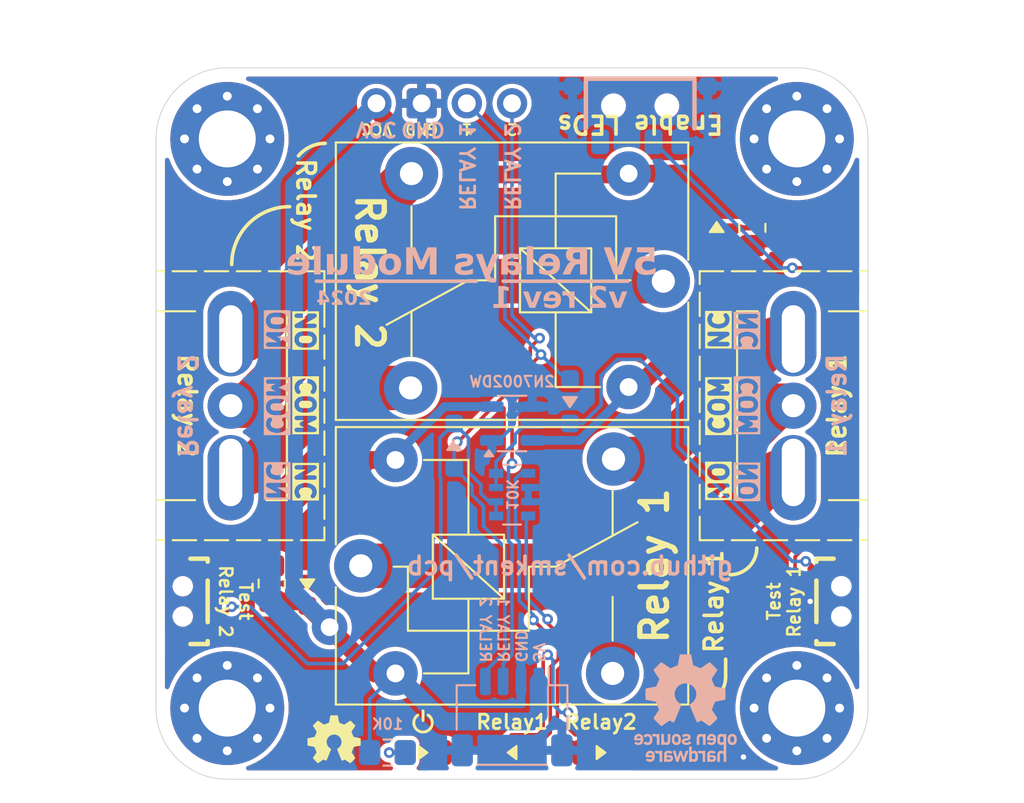
<source format=kicad_pcb>
(kicad_pcb (version 20240108) (generator "pcbnew") (generator_version "8.0")
  (layers (0 "F.Cu" signal) (31 "B.Cu" signal) (34 "B.Paste" user) (35 "F.Paste" user) (36 "B.SilkS" user "B.Silkscreen") (37 "F.SilkS" user "F.Silkscreen") (38 "B.Mask" user) (39 "F.Mask" user) (44 "Edge.Cuts" user))
  (net 0 "")
  (net 1 "+5V")
  (net 2 "GND")
  (net 3 "LED_GND")
  (net 4 "Net-(LED1-A)")
  (net 5 "Net-(LED2-A)")
  (net 7 "RELAY_1_COIL")
  (net 8 "RELAY_2_COIL")
  (net 9 "RELAY_1_MOSFET")
  (net 10 "RELAY_1_CONTROL")
  (net 11 "RELAY_2_CONTROL")
  (net 12 "RELAY_2_MOSFET")
  (net 13 "RELAY_1_SW_NO")
  (net 14 "RELAY_1_SW_NC")
  (net 15 "RELAY_1_SW_COMMON")
  (net 16 "RELAY_2_SW_COMMON")
  (net 17 "RELAY_2_SW_NO")
  (net 18 "RELAY_2_SW_NC")
  (net 19 "Net-(LED0-A)")
  (net 20 "Net-(R1-Pad1)")
  (net 21 "Net-(R2-Pad1)")
  (footprint "lcsc:SW-SMD_BZCN_TSA002A35XXX" (layer "F.Cu") (at 138 100 -90)
    (property "Reference" "SW1" (hide yes))
    (property "Value" "Test Button")
    (pad "" np_thru_hole circle (at -0.85 -0.5 270) (size 0.65 0.65) (drill 0.65) (layers "F&B.Cu" "*.Mask"))
    (pad "" np_thru_hole circle (at 0.85 -0.5 270) (size 0.65 0.65) (drill 0.65) (layers "F&B.Cu" "*.Mask"))
    (pad "1" smd roundrect (at -1.7 0.85 270) (size 0.6 1.1) (layers "F.Cu" "F.Paste" "F.Mask") (net 9 "RELAY_1_MOSFET"))
    (pad "2" smd roundrect (at 1.7 0.85 270) (size 0.6 1.1) (layers "F.Cu" "F.Paste" "F.Mask") (net 20 "Net-(R1-Pad1)"))
    (pad "3" smd roundrect (at 2.3 -0.85 270) (size 0.6 1.1) (layers "F.Cu" "F.Paste" "F.Mask"))
    (pad "4" smd roundrect (at -2.3 -0.85 270) (size 0.6 1.1) (layers "F.Cu" "F.Paste" "F.Mask"))
  )
  (footprint "MountingHole:MountingHole_3.2mm_M3_Pad_Via" (layer "F.Cu") (at 104 74)
    (property "Reference" "REF**" (hide yes))
    (property "Value" "MountingHole_3.2mm_M3_Pad_Via")
    (pad "1" thru_hole circle (at -2.4 0) (size 0.8 0.8) (drill 0.5) (layers "*.Cu" "*.Mask"))
    (pad "1" thru_hole circle (at -1.697056 -1.697056) (size 0.8 0.8) (drill 0.5) (layers "*.Cu" "*.Mask"))
    (pad "1" thru_hole circle (at -1.697056 1.697056) (size 0.8 0.8) (drill 0.5) (layers "*.Cu" "*.Mask"))
    (pad "1" thru_hole circle (at 0 -2.4) (size 0.8 0.8) (drill 0.5) (layers "*.Cu" "*.Mask"))
    (pad "1" thru_hole circle (at 0 0) (size 6.4 6.4) (drill 3.2) (layers "*.Cu" "*.Mask"))
    (pad "1" thru_hole circle (at 0 2.4) (size 0.8 0.8) (drill 0.5) (layers "*.Cu" "*.Mask"))
    (pad "1" thru_hole circle (at 1.697056 -1.697056) (size 0.8 0.8) (drill 0.5) (layers "*.Cu" "*.Mask"))
    (pad "1" thru_hole circle (at 1.697056 1.697056) (size 0.8 0.8) (drill 0.5) (layers "*.Cu" "*.Mask"))
    (pad "1" thru_hole circle (at 2.4 0) (size 0.8 0.8) (drill 0.5) (layers "*.Cu" "*.Mask"))
  )
  (footprint "custom:D_SOD-323_HandSoldering_simple" (layer "F.Cu") (at 108.5 99 90)
    (property "Reference" "D1" (hide yes))
    (property "Value" "1N4148WS")
    (pad "1" smd roundrect (at -1.25 0 90) (size 1 1) (layers "F.Cu" "F.Paste" "F.Mask") (net 1 "+5V"))
    (pad "2" smd roundrect (at 1.25 0 90) (size 1 1) (layers "F.Cu" "F.Paste" "F.Mask") (net 7 "RELAY_1_COIL"))
  )
  (footprint "custom:Conn_Combo_TerminalBlock_P3.5-P5.08_JST-XH_1x03" (layer "F.Cu") (at 135.805 94 90)
    (property "Reference" "J1" (hide yes))
    (property "Value" "P5 or P3.5")
    (pad "1" thru_hole oval (at 1.25 0 90) (size 4.8 2.6) (drill oval 3.8 1.3 (offset -0.3 0)) (layers "*.Cu" "*.Mask") (net 13 "RELAY_1_SW_NO"))
    (pad "2" thru_hole oval (at 5 0 90) (size 2.6 2.6) (drill 1.3) (layers "*.Cu" "*.Mask") (net 15 "RELAY_1_SW_COMMON"))
    (pad "3" thru_hole oval (at 8.75 0 90) (size 4.8 2.6) (drill oval 3.8 1.3 (offset 0.3 0)) (layers "*.Cu" "*.Mask") (net 14 "RELAY_1_SW_NC"))
  )
  (footprint "custom:D_SOD-323_HandSoldering_simple" (layer "F.Cu") (at 131.5 79 -90)
    (property "Reference" "D2" (hide yes))
    (property "Value" "1N4148WS")
    (pad "1" smd roundrect (at -1.25 0 270) (size 1 1) (layers "F.Cu" "F.Paste" "F.Mask") (net 1 "+5V"))
    (pad "2" smd roundrect (at 1.25 0 270) (size 1 1) (layers "F.Cu" "F.Paste" "F.Mask") (net 8 "RELAY_2_COIL"))
  )
  (footprint "graphics:oshw-logo-3mm" (layer "F.Cu") (at 110 107.75)
    (property "Reference" "G***" (hide yes))
    (property "Value" "LOGO" (hide yes))
  )
  (footprint "custom:PinHeader_1x04_P2.54mm_Vertical_simple_pad2gnd" (layer "F.Cu") (at 112.38 72 90)
    (property "Reference" "J10" (hide yes))
    (property "Value" "Pin Headers")
    (pad "1" thru_hole oval (at 0 0 90) (size 1.7 1.7) (drill 1) (layers "*.Cu" "*.Mask") (net 1 "+5V"))
    (pad "2" thru_hole roundrect (at 0 2.54 90) (size 1.7 1.7) (drill 1) (layers "*.Cu" "*.Mask") (roundrect_rratio 0.1470588235) (net 2 "GND"))
    (pad "3" thru_hole oval (at 0 5.08 90) (size 1.7 1.7) (drill 1) (layers "*.Cu" "*.Mask") (net 10 "RELAY_1_CONTROL"))
    (pad "4" thru_hole oval (at 0 7.62 90) (size 1.7 1.7) (drill 1) (layers "*.Cu" "*.Mask") (net 11 "RELAY_2_CONTROL"))
  )
  (footprint "custom:Conn_Combo_TerminalBlock_P3.5-P5.08_JST-XH_1x03" (layer "F.Cu") (at 104.195 84 -90)
    (property "Reference" "J2" (hide yes))
    (property "Value" "P5 or P3.5")
    (pad "1" thru_hole oval (at 1.25 0 270) (size 4.8 2.6) (drill oval 3.8 1.3 (offset -0.3 0)) (layers "*.Cu" "*.Mask") (net 17 "RELAY_2_SW_NO"))
    (pad "2" thru_hole oval (at 5 0 270) (size 2.6 2.6) (drill 1.3) (layers "*.Cu" "*.Mask") (net 16 "RELAY_2_SW_COMMON"))
    (pad "3" thru_hole oval (at 8.75 0 270) (size 4.8 2.6) (drill oval 3.8 1.3 (offset 0.3 0)) (layers "*.Cu" "*.Mask") (net 18 "RELAY_2_SW_NC"))
  )
  (footprint "lcsc:SW-SMD_BZCN_TSA002A35XXX" (layer "F.Cu") (at 102 100 90)
    (property "Reference" "SW2" (hide yes))
    (property "Value" "Test Button")
    (pad "" np_thru_hole circle (at -0.85 -0.5 90) (size 0.65 0.65) (drill 0.65) (layers "F&B.Cu" "*.Mask"))
    (pad "" np_thru_hole circle (at 0.85 -0.5 90) (size 0.65 0.65) (drill 0.65) (layers "F&B.Cu" "*.Mask"))
    (pad "1" smd roundrect (at -1.7 0.85 90) (size 0.6 1.1) (layers "F.Cu" "F.Paste" "F.Mask") (net 12 "RELAY_2_MOSFET"))
    (pad "2" smd roundrect (at 1.7 0.85 90) (size 0.6 1.1) (layers "F.Cu" "F.Paste" "F.Mask") (net 21 "Net-(R2-Pad1)"))
    (pad "3" smd roundrect (at 2.3 -0.85 90) (size 0.6 1.1) (layers "F.Cu" "F.Paste" "F.Mask"))
    (pad "4" smd roundrect (at -2.3 -0.85 90) (size 0.6 1.1) (layers "F.Cu" "F.Paste" "F.Mask"))
  )
  (footprint "MountingHole:MountingHole_3.2mm_M3_Pad_Via" (layer "F.Cu") (at 136 106)
    (property "Reference" "REF**" (hide yes))
    (property "Value" "MountingHole_3.2mm_M3_Pad_Via")
    (pad "1" thru_hole circle (at -2.4 0) (size 0.8 0.8) (drill 0.5) (layers "*.Cu" "*.Mask"))
    (pad "1" thru_hole circle (at -1.697056 -1.697056) (size 0.8 0.8) (drill 0.5) (layers "*.Cu" "*.Mask"))
    (pad "1" thru_hole circle (at -1.697056 1.697056) (size 0.8 0.8) (drill 0.5) (layers "*.Cu" "*.Mask"))
    (pad "1" thru_hole circle (at 0 -2.4) (size 0.8 0.8) (drill 0.5) (layers "*.Cu" "*.Mask"))
    (pad "1" thru_hole circle (at 0 0) (size 6.4 6.4) (drill 3.2) (layers "*.Cu" "*.Mask"))
    (pad "1" thru_hole circle (at 0 2.4) (size 0.8 0.8) (drill 0.5) (layers "*.Cu" "*.Mask"))
    (pad "1" thru_hole circle (at 1.697056 -1.697056) (size 0.8 0.8) (drill 0.5) (layers "*.Cu" "*.Mask"))
    (pad "1" thru_hole circle (at 1.697056 1.697056) (size 0.8 0.8) (drill 0.5) (layers "*.Cu" "*.Mask"))
    (pad "1" thru_hole circle (at 2.4 0) (size 0.8 0.8) (drill 0.5) (layers "*.Cu" "*.Mask"))
  )
  (footprint "custom:LED_0805_2012Metric_Pad1.15x1.40mm_HandSolder_simple" (layer "F.Cu") (at 120 108.5)
    (property "Reference" "LED1" (hide yes))
    (property "Value" "LED")
    (pad "1" smd roundrect (at -1.025 0) (size 1.15 1.4) (layers "F.Cu" "F.Paste" "F.Mask") (roundrect_rratio 0.217391) (net 3 "LED_GND"))
    (pad "2" smd roundrect (at 1.025 0) (size 1.15 1.4) (layers "F.Cu" "F.Paste" "F.Mask") (roundrect_rratio 0.217391) (net 4 "Net-(LED1-A)"))
  )
  (footprint "MountingHole:MountingHole_3.2mm_M3_Pad_Via" (layer "F.Cu") (at 136 74)
    (property "Reference" "REF**" (hide yes))
    (property "Value" "MountingHole_3.2mm_M3_Pad_Via")
    (pad "1" thru_hole circle (at -2.4 0) (size 0.8 0.8) (drill 0.5) (layers "*.Cu" "*.Mask"))
    (pad "1" thru_hole circle (at -1.697056 -1.697056) (size 0.8 0.8) (drill 0.5) (layers "*.Cu" "*.Mask"))
    (pad "1" thru_hole circle (at -1.697056 1.697056) (size 0.8 0.8) (drill 0.5) (layers "*.Cu" "*.Mask"))
    (pad "1" thru_hole circle (at 0 -2.4) (size 0.8 0.8) (drill 0.5) (layers "*.Cu" "*.Mask"))
    (pad "1" thru_hole circle (at 0 0) (size 6.4 6.4) (drill 3.2) (layers "*.Cu" "*.Mask"))
    (pad "1" thru_hole circle (at 0 2.4) (size 0.8 0.8) (drill 0.5) (layers "*.Cu" "*.Mask"))
    (pad "1" thru_hole circle (at 1.697056 -1.697056) (size 0.8 0.8) (drill 0.5) (layers "*.Cu" "*.Mask"))
    (pad "1" thru_hole circle (at 1.697056 1.697056) (size 0.8 0.8) (drill 0.5) (layers "*.Cu" "*.Mask"))
    (pad "1" thru_hole circle (at 2.4 0) (size 0.8 0.8) (drill 0.5) (layers "*.Cu" "*.Mask"))
  )
  (footprint "graphics:icon-power-1.5mm" (layer "F.Cu") (at 115 106.75)
    (property "Reference" "G***" (hide yes))
    (property "Value" "LOGO" (hide yes))
  )
  (footprint "Relay_THT:Relay_SPDT_SANYOU_SRD_Series_Form_C" (layer "F.Cu") (at 128.5 82 180)
    (property "Reference" "K2" (hide yes))
    (property "Value" "Relay_SPDT")
    (pad "1" thru_hole circle (at 0 0 270) (size 3 3) (drill 1.3) (layers "*.Cu" "*.Mask") (net 16 "RELAY_2_SW_COMMON"))
    (pad "2" thru_hole circle (at 1.95 6.05 270) (size 2.5 2.5) (drill 1) (layers "*.Cu" "*.Mask") (net 1 "+5V"))
    (pad "3" thru_hole circle (at 14.15 6.05 270) (size 3 3) (drill 1.3) (layers "*.Cu" "*.Mask") (net 17 "RELAY_2_SW_NO"))
    (pad "4" thru_hole circle (at 14.2 -6 270) (size 3 3) (drill 1.3) (layers "*.Cu" "*.Mask") (net 18 "RELAY_2_SW_NC"))
    (pad "5" thru_hole circle (at 1.95 -5.95 270) (size 2.5 2.5) (drill 1) (layers "*.Cu" "*.Mask") (net 8 "RELAY_2_COIL"))
  )
  (footprint "Resistor_SMD:R_0805_2012Metric_Pad1.20x1.40mm_HandSolder" (layer "F.Cu") (at 133.5 79 90)
    (property "Reference" "R1" (hide yes))
    (property "Value" "100R")
    (pad "1" smd roundrect (at -1 0 90) (size 1.2 1.4) (layers "F.Cu" "F.Paste" "F.Mask") (roundrect_rratio 0.208333) (net 20 "Net-(R1-Pad1)"))
    (pad "2" smd roundrect (at 1 0 90) (size 1.2 1.4) (layers "F.Cu" "F.Paste" "F.Mask") (roundrect_rratio 0.208333) (net 1 "+5V"))
  )
  (footprint "Resistor_SMD:R_0805_2012Metric_Pad1.20x1.40mm_HandSolder" (layer "F.Cu") (at 106.5 99 -90)
    (property "Reference" "R2" (hide yes))
    (property "Value" "100R")
    (pad "1" smd roundrect (at -1 0 270) (size 1.2 1.4) (layers "F.Cu" "F.Paste" "F.Mask") (roundrect_rratio 0.208333) (net 21 "Net-(R2-Pad1)"))
    (pad "2" smd roundrect (at 1 0 270) (size 1.2 1.4) (layers "F.Cu" "F.Paste" "F.Mask") (roundrect_rratio 0.208333) (net 1 "+5V"))
  )
  (footprint "custom:LED_0805_2012Metric_Pad1.15x1.40mm_HandSolder_simple" (layer "F.Cu") (at 115 108.5 180)
    (property "Reference" "LED0" (hide yes))
    (property "Value" "LED")
    (pad "1" smd roundrect (at -1.025 0 180) (size 1.15 1.4) (layers "F.Cu" "F.Paste" "F.Mask") (roundrect_rratio 0.217391) (net 3 "LED_GND"))
    (pad "2" smd roundrect (at 1.025 0 180) (size 1.15 1.4) (layers "F.Cu" "F.Paste" "F.Mask") (roundrect_rratio 0.217391) (net 19 "Net-(LED0-A)"))
  )
  (footprint "Relay_THT:Relay_SPDT_SANYOU_SRD_Series_Form_C" (layer "F.Cu") (at 111.5 98)
    (property "Reference" "K1" (hide yes))
    (property "Value" "Relay_SPDT")
    (pad "1" thru_hole circle (at 0 0 90) (size 3 3) (drill 1.3) (layers "*.Cu" "*.Mask") (net 15 "RELAY_1_SW_COMMON"))
    (pad "2" thru_hole circle (at 1.95 6.05 90) (size 2.5 2.5) (drill 1) (layers "*.Cu" "*.Mask") (net 1 "+5V"))
    (pad "3" thru_hole circle (at 14.15 6.05 90) (size 3 3) (drill 1.3) (layers "*.Cu" "*.Mask") (net 13 "RELAY_1_SW_NO"))
    (pad "4" thru_hole circle (at 14.2 -6 90) (size 3 3) (drill 1.3) (layers "*.Cu" "*.Mask") (net 14 "RELAY_1_SW_NC"))
    (pad "5" thru_hole circle (at 1.95 -5.95 90) (size 2.5 2.5) (drill 1) (layers "*.Cu" "*.Mask") (net 7 "RELAY_1_COIL"))
  )
  (footprint "custom:LED_0805_2012Metric_Pad1.15x1.40mm_HandSolder_simple" (layer "F.Cu") (at 125 108.5 180)
    (property "Reference" "LED2" (hide yes))
    (property "Value" "LED")
    (pad "1" smd roundrect (at -1.025 0 180) (size 1.15 1.4) (layers "F.Cu" "F.Paste" "F.Mask") (roundrect_rratio 0.217391) (net 3 "LED_GND"))
    (pad "2" smd roundrect (at 1.025 0 180) (size 1.15 1.4) (layers "F.Cu" "F.Paste" "F.Mask") (roundrect_rratio 0.217391) (net 5 "Net-(LED2-A)"))
  )
  (footprint "MountingHole:MountingHole_3.2mm_M3_Pad_Via" (layer "F.Cu") (at 104 106)
    (property "Reference" "REF**" (hide yes))
    (property "Value" "MountingHole_3.2mm_M3_Pad_Via")
    (pad "1" thru_hole circle (at -2.4 0) (size 0.8 0.8) (drill 0.5) (layers "*.Cu" "*.Mask"))
    (pad "1" thru_hole circle (at -1.697056 -1.697056) (size 0.8 0.8) (drill 0.5) (layers "*.Cu" "*.Mask"))
    (pad "1" thru_hole circle (at -1.697056 1.697056) (size 0.8 0.8) (drill 0.5) (layers "*.Cu" "*.Mask"))
    (pad "1" thru_hole circle (at 0 -2.4) (size 0.8 0.8) (drill 0.5) (layers "*.Cu" "*.Mask"))
    (pad "1" thru_hole circle (at 0 0) (size 6.4 6.4) (drill 3.2) (layers "*.Cu" "*.Mask"))
    (pad "1" thru_hole circle (at 0 2.4) (size 0.8 0.8) (drill 0.5) (layers "*.Cu" "*.Mask"))
    (pad "1" thru_hole circle (at 1.697056 -1.697056) (size 0.8 0.8) (drill 0.5) (layers "*.Cu" "*.Mask"))
    (pad "1" thru_hole circle (at 1.697056 1.697056) (size 0.8 0.8) (drill 0.5) (layers "*.Cu" "*.Mask"))
    (pad "1" thru_hole circle (at 2.4 0) (size 0.8 0.8) (drill 0.5) (layers "*.Cu" "*.Mask"))
  )
  (footprint "Symbol:OSHW-Logo_5.7x6mm_SilkScreen" (layer "B.Cu") (at 129.75 106 180)
    (property "Reference" "REF**" (hide yes))
    (property "Value" "OSHW-Logo_5.7x6mm_SilkScreen" (hide yes))
  )
  (footprint "connectors:JST_SH_SM04B-SRSS-TB_1x04-1MP_P1.00mm_Horizontal" (layer "B.Cu") (at 120 106.5 180)
    (property "Reference" "J0")
    (property "Value" "JST SH")
    (pad "1" smd roundrect (at -1.5 2 180) (size 0.6 1.55) (layers "B.Cu" "B.Paste" "B.Mask") (net 1 "+5V"))
    (pad "2" smd roundrect (at -0.5 2 180) (size 0.6 1.55) (layers "B.Cu" "B.Paste" "B.Mask") (net 2 "GND"))
    (pad "3" smd roundrect (at 0.5 2 180) (size 0.6 1.55) (layers "B.Cu" "B.Paste" "B.Mask") (net 10 "RELAY_1_CONTROL"))
    (pad "4" smd roundrect (at 1.5 2 180) (size 0.6 1.55) (layers "B.Cu" "B.Paste" "B.Mask") (net 11 "RELAY_2_CONTROL"))
    (pad "MP" smd roundrect (at -2.8 -1.875 180) (size 1.2 1.8) (layers "B.Cu" "B.Paste" "B.Mask") (roundrect_rratio 0.208333) (net 2 "GND"))
    (pad "MP" smd roundrect (at 2.8 -1.875 180) (size 1.2 1.8) (layers "B.Cu" "B.Paste" "B.Mask") (roundrect_rratio 0.208333) (net 2 "GND"))
  )
  (footprint "Resistor_SMD:R_0805_2012Metric_Pad1.20x1.40mm_HandSolder" (layer "B.Cu") (at 113 108.5)
    (property "Reference" "R0" (hide yes))
    (property "Value" "10K")
    (pad "1" smd roundrect (at -1 0) (size 1.2 1.4) (layers "B.Cu" "B.Paste" "B.Mask") (roundrect_rratio 0.208333) (net 1 "+5V"))
    (pad "2" smd roundrect (at 1 0) (size 1.2 1.4) (layers "B.Cu" "B.Paste" "B.Mask") (roundrect_rratio 0.208333) (net 19 "Net-(LED0-A)"))
  )
  (footprint "custom:D_SOD-323_HandSoldering_simple" (layer "B.Cu") (at 123.25 88.75 90)
    (property "Reference" "D3" (hide yes))
    (property "Value" "1N4148WS")
    (pad "1" smd roundrect (at -1.25 0 90) (size 1 1) (layers "B.Cu" "B.Paste" "B.Mask") (net 9 "RELAY_1_MOSFET"))
    (pad "2" smd roundrect (at 1.25 0 90) (size 1 1) (layers "B.Cu" "B.Paste" "B.Mask") (net 10 "RELAY_1_CONTROL"))
  )
  (footprint "Resistor_SMD:R_Array_Convex_4x0603" (layer "B.Cu") (at 120 94 180)
    (property "Reference" "RN1" (hide yes))
    (property "Value" "10K")
    (pad "1" smd rect (at -0.9 1.2 180) (size 0.8 0.5) (layers "B.Cu" "B.Paste" "B.Mask") (net 4 "Net-(LED1-A)"))
    (pad "2" smd rect (at -0.9 0.4 180) (size 0.8 0.4) (layers "B.Cu" "B.Paste" "B.Mask") (net 2 "GND"))
    (pad "3" smd rect (at -0.9 -0.4 180) (size 0.8 0.4) (layers "B.Cu" "B.Paste" "B.Mask") (net 2 "GND"))
    (pad "4" smd rect (at -0.9 -1.2 180) (size 0.8 0.5) (layers "B.Cu" "B.Paste" "B.Mask") (net 5 "Net-(LED2-A)"))
    (pad "5" smd rect (at 0.9 -1.2 180) (size 0.8 0.5) (layers "B.Cu" "B.Paste" "B.Mask") (net 12 "RELAY_2_MOSFET"))
    (pad "6" smd rect (at 0.9 -0.4 180) (size 0.8 0.4) (layers "B.Cu" "B.Paste" "B.Mask") (net 12 "RELAY_2_MOSFET"))
    (pad "7" smd rect (at 0.9 0.4 180) (size 0.8 0.4) (layers "B.Cu" "B.Paste" "B.Mask") (net 9 "RELAY_1_MOSFET"))
    (pad "8" smd rect (at 0.9 1.2 180) (size 0.8 0.5) (layers "B.Cu" "B.Paste" "B.Mask") (net 9 "RELAY_1_MOSFET"))
  )
  (footprint "custom:D_SOD-323_HandSoldering_simple" (layer "B.Cu") (at 116.75 91.25 -90)
    (property "Reference" "D4" (hide yes))
    (property "Value" "1N4148WS")
    (pad "1" smd roundrect (at -1.25 0 270) (size 1 1) (layers "B.Cu" "B.Paste" "B.Mask") (net 12 "RELAY_2_MOSFET"))
    (pad "2" smd roundrect (at 1.25 0 270) (size 1 1) (layers "B.Cu" "B.Paste" "B.Mask") (net 11 "RELAY_2_CONTROL"))
  )
  (footprint "Package_TO_SOT_SMD:SOT-23-6" (layer "B.Cu") (at 120 90)
    (property "Reference" "Q1" (hide yes))
    (property "Value" "2N7002DW")
    (pad "1" smd roundrect (at -1.1375 0.95) (size 1.325 0.6) (layers "B.Cu" "B.Paste" "B.Mask") (net 2 "GND"))
    (pad "2" smd roundrect (at -1.1375 0) (size 1.325 0.6) (layers "B.Cu" "B.Paste" "B.Mask") (net 12 "RELAY_2_MOSFET"))
    (pad "3" smd roundrect (at -1.1375 -0.95) (size 1.325 0.6) (layers "B.Cu" "B.Paste" "B.Mask") (net 7 "RELAY_1_COIL"))
    (pad "4" smd roundrect (at 1.1375 -0.95) (size 1.325 0.6) (layers "B.Cu" "B.Paste" "B.Mask") (net 2 "GND"))
    (pad "5" smd roundrect (at 1.1375 0) (size 1.325 0.6) (layers "B.Cu" "B.Paste" "B.Mask") (net 9 "RELAY_1_MOSFET"))
    (pad "6" smd roundrect (at 1.1375 0.95) (size 1.325 0.6) (layers "B.Cu" "B.Paste" "B.Mask") (net 8 "RELAY_2_COIL"))
  )
  (footprint "lcsc:SW-SMD_3P-P1.50_L2.7-W6.6" (layer "B.Cu") (at 127.2 72.6)
    (property "Reference" "SW0" (hide yes))
    (property "Value" "SW_SPDT_MountingPin")
    (pad "" np_thru_hole circle (at -1.5 -0.46) (size 0.9 0.9) (drill 0.9) (layers "F&B.Cu" "*.Mask"))
    (pad "" np_thru_hole circle (at 1.5 -0.46) (size 0.9 0.9) (drill 0.9) (layers "F&B.Cu" "*.Mask"))
    (pad "1" smd roundrect (at -2.25 1.56) (size 1 1.4) (layers "B.Cu" "B.Paste" "B.Mask"))
    (pad "2" smd roundrect (at 0.75 1.56) (size 1 1.4) (layers "B.Cu" "B.Paste" "B.Mask") (net 3 "LED_GND"))
    (pad "3" smd roundrect (at 2.25 1.56) (size 1 1.4) (layers "B.Cu" "B.Paste" "B.Mask") (net 2 "GND"))
    (pad "MP" smd roundrect (at -3.8 -1.56) (size 1 1) (layers "B.Cu" "B.Paste" "B.Mask") (net 2 "GND"))
    (pad "MP" smd roundrect (at -3.8 0.64) (size 1 1) (layers "B.Cu" "B.Paste" "B.Mask") (net 2 "GND"))
    (pad "MP" smd roundrect (at 3.8 -1.56) (size 1 1) (layers "B.Cu" "B.Paste" "B.Mask") (net 2 "GND"))
    (pad "MP" smd roundrect (at 3.8 0.64) (size 1 1) (layers "B.Cu" "B.Paste" "B.Mask") (net 2 "GND"))
  )
  (gr_line (start 126.5 82) (end 119.5 82) (stroke (width 0.2)) (layer "B.SilkS"))
  (gr_line (start 118 82) (end 109 82) (stroke (width 0.2)) (layer "B.SilkS"))
  (gr_arc (start 133.75 97) (mid 133.31066 98.06066) (end 132.25 98.5) (stroke (width 0.2)) (layer "F.SilkS"))
  (gr_arc (start 108 74.952562) (mid 108.67181 74.434342) (end 109.5 74.25) (stroke (width 0.2)) (layer "F.SilkS"))
  (gr_line (start 132 104.25) (end 132 103.25) (stroke (width 0.2)) (layer "F.SilkS"))
  (gr_arc (start 104.25085 81.06066) (mid 105.202504 78.763164) (end 107.5 77.81151) (stroke (width 0.2)) (layer "F.SilkS"))
  (gr_arc (start 132 104.25) (mid 131.56066 105.31066) (end 130.5 105.75) (stroke (width 0.2)) (layer "F.SilkS"))
  (gr_poly (pts (xy 104 70) (xy 103.80361 70.002394) (xy 103.412722 70.040893) (xy 103.02749 70.117521) (xy 102.651623 70.231539) (xy 102.288742 70.381849) (xy 101.942341 70.567004) (xy 101.615757 70.78522) (xy 101.312134 71.034397) (xy 101.034397 71.312134) (xy 100.78522 71.615757) (xy 100.567004 71.942341) (xy 100.381849 72.288742) (xy 100.231539 72.651623) (xy 100.117521 73.02749) (xy 100.040893 73.412722) (xy 100.002394 73.80361) (xy 100 74) (xy 100 84) (xy 100 96) (xy 100 106) (xy 100.002394 106.19639) (xy 100.040893 106.587278) (xy 100.117521 106.97251) (xy 100.231539 107.348377) (xy 100.381849 107.711258) (xy 100.567004 108.057659) (xy 100.78522 108.384243) (xy 101.034397 108.687866) (xy 101.312134 108.965603) (xy 101.615757 109.21478) (xy 101.942341 109.432996) (xy 102.288742 109.618151) (xy 102.651623 109.768461) (xy 103.02749 109.882479) (xy 103.412722 109.959107) (xy 103.80361 109.997606) (xy 104 110) (xy 136 110) (xy 136.19639 109.997606) (xy 136.587278 109.959107) (xy 136.97251 109.882479) (xy 137.348377 109.768461) (xy 137.711258 109.618151) (xy 138.057659 109.432996) (xy 138.384243 109.21478) (xy 138.687866 108.965603) (xy 138.965603 108.687866) (xy 139.21478 108.384243) (xy 139.432996 108.057659) (xy 139.618151 107.711258) (xy 139.768461 107.348377) (xy 139.882479 106.97251) (xy 139.959107 106.587278) (xy 139.997606 106.19639) (xy 140 106) (xy 140 96) (xy 140 84) (xy 140 74) (xy 139.997606 73.80361) (xy 139.959107 73.412722) (xy 139.882479 73.02749) (xy 139.768461 72.651623) (xy 139.618151 72.288742) (xy 139.432996 71.942341) (xy 139.21478 71.615757) (xy 138.965603 71.312134) (xy 138.687866 71.034397) (xy 138.384243 70.78522) (xy 138.057659 70.567004) (xy 137.711258 70.381849) (xy 137.348377 70.231539) (xy 136.97251 70.117521) (xy 136.587278 70.040893) (xy 136.19639 70.002394) (xy 136 70)) (stroke (width 0.05)) (fill none) (layer "Edge.Cuts"))
  (gr_text "RELAY 1" (at 119.5 103.5 -90) (layer "B.SilkS") (effects (font (size 0.6 0.6) (thickness 0.12) (bold yes)) (justify left mirror)))
  (gr_text "10K" (at 113 107.25 0) (layer "B.SilkS") (effects (font (size 0.6 0.6) (thickness 0.12) (bold yes)) (justify bottom mirror)))
  (gr_text "COM" (at 106.75 89 -90) (layer "B.SilkS" knockout) (effects (font (size 1 1) (thickness 0.3) (bold yes)) (justify mirror)))
  (gr_text "5V Relays Module" (at 117.75 81 0) (layer "B.SilkS") (effects (font (size 1.5 1.5) (thickness 0.3) (bold yes)) (justify mirror)))
  (gr_text "2N7002DW" (at 120 88 0) (layer "B.SilkS") (effects (font (size 0.6 0.6) (thickness 0.12) (bold yes)) (justify bottom mirror)))
  (gr_text "Relay 1" (at 138.25 89 90) (layer "B.SilkS") (effects (font (size 1 1) (thickness 0.2) (bold yes)) (justify mirror)))
  (gr_text "v2 rev 1" (at 126.5 83 0) (layer "B.SilkS") (effects (font (size 1.2 1.2) (thickness 0.24) (bold yes)) (justify left mirror)))
  (gr_text "GND" (at 115 73 180) (layer "B.SilkS") (effects (font (size 0.8 0.8) (thickness 0.16) (bold yes)) (justify bottom mirror)))
  (gr_text "RELAY 2" (at 118.5 103.5 -90) (layer "B.SilkS") (effects (font (size 0.6 0.6) (thickness 0.12) (bold yes)) (justify left mirror)))
  (gr_text "COM" (at 133.25 89 90) (layer "B.SilkS" knockout) (effects (font (size 1 1) (thickness 0.3) (bold yes)) (justify mirror)))
  (gr_text "NC" (at 106.75 93.25 -90) (layer "B.SilkS" knockout) (effects (font (size 1 1) (thickness 0.3) (bold yes)) (justify mirror)))
  (gr_text "GND" (at 120.5 103.5 -90) (layer "B.SilkS") (effects (font (size 0.6 0.6) (thickness 0.12) (bold yes)) (justify left mirror)))
  (gr_text "Relay 2" (at 101.75 89 -90) (layer "B.SilkS") (effects (font (size 1 1) (thickness 0.2) (bold yes)) (justify mirror)))
  (gr_text "10K" (at 120 94 -90) (layer "B.SilkS") (effects (font (size 0.6 0.6) (thickness 0.12) (bold yes)) (justify mirror)))
  (gr_text "2024" (at 109 83 0) (layer "B.SilkS") (effects (font (size 0.8 0.8) (thickness 0.24) (bold yes)) (justify right mirror)))
  (gr_text "RELAY 1" (at 117.46 73 -90) (layer "B.SilkS") (effects (font (size 0.8 0.8) (thickness 0.16) (bold yes)) (justify right mirror)))
  (gr_text "5V" (at 121.5 103.5 -90) (layer "B.SilkS") (effects (font (size 0.6 0.6) (thickness 0.12) (bold yes)) (justify left mirror)))
  (gr_text "NC" (at 133.25 84.75 90) (layer "B.SilkS" knockout) (effects (font (size 1 1) (thickness 0.3) (bold yes)) (justify mirror)))
  (gr_text "NO" (at 106.75 84.75 -90) (layer "B.SilkS" knockout) (effects (font (size 1 1) (thickness 0.3) (bold yes)) (justify mirror)))
  (gr_text "github.com/smkent/pcb" (at 123.25 98 0) (layer "B.SilkS") (effects (font (size 1 1) (thickness 0.2) (bold yes)) (justify mirror)))
  (gr_text "RELAY 2" (at 120 73 -90) (layer "B.SilkS") (effects (font (size 0.8 0.8) (thickness 0.16) (bold yes)) (justify right mirror)))
  (gr_text "NO" (at 133.25 93.25 90) (layer "B.SilkS" knockout) (effects (font (size 1 1) (thickness 0.3) (bold yes)) (justify mirror)))
  (gr_text "VCC" (at 112.38 73 180) (layer "B.SilkS") (effects (font (size 0.8 0.8) (thickness 0.16) (bold yes)) (justify bottom mirror)))
  (gr_text "NO" (at 131.65 93.25 90) (layer "F.SilkS" knockout) (effects (font (size 1 1) (thickness 0.3) (bold yes))))
  (gr_text "Relay 1" (at 130.75 100 90) (layer "F.SilkS") (effects (font (size 1 1) (thickness 0.2) (bold yes)) (justify top)))
  (gr_text "NC" (at 131.65 84.75 90) (layer "F.SilkS" knockout) (effects (font (size 1 1) (thickness 0.3) (bold yes))))
  (gr_text "Test\nRelay 2" (at 103.5 100 270) (layer "F.SilkS") (effects (font (size 0.7 0.7) (thickness 0.14) (bold yes)) (justify bottom)))
  (gr_text "Relay 1" (at 128 98 90) (layer "F.SilkS") (effects (font (size 1.5 1.5) (thickness 0.3) (bold yes))))
  (gr_text "Enable LEDs" (at 127.2 72.6 -180) (layer "F.SilkS") (effects (font (size 1 1) (thickness 0.2) (bold yes)) (justify bottom)))
  (gr_text "Test\nRelay 1" (at 136.25 100 90) (layer "F.SilkS") (effects (font (size 0.7 0.7) (thickness 0.14) (bold yes)) (justify bottom)))
  (gr_text "Relay 2" (at 101.75 89 -90) (layer "F.SilkS") (effects (font (size 1 1) (thickness 0.2) (bold yes))))
  (gr_text "Relay 2" (at 109 78 -90) (layer "F.SilkS") (effects (font (size 1 1) (thickness 0.2) (bold yes)) (justify top)))
  (gr_text "GND" (at 114.92 73.1 180) (layer "F.SilkS") (effects (font (size 0.6 0.6) (thickness 0.12) (bold yes)) (justify bottom)))
  (gr_text "Relay2" (at 125 107.25 0) (layer "F.SilkS") (effects (font (size 0.8 0.8) (thickness 0.16) (bold yes)) (justify bottom)))
  (gr_text "Relay1" (at 120 107.25 0) (layer "F.SilkS") (effects (font (size 0.8 0.8) (thickness 0.16) (bold yes)) (justify bottom)))
  (gr_text "COM" (at 108.35 89 -90) (layer "F.SilkS" knockout) (effects (font (size 1 1) (thickness 0.3) (bold yes))))
  (gr_text "NO" (at 108.35 84.75 -90) (layer "F.SilkS" knockout) (effects (font (size 1 1) (thickness 0.3) (bold yes))))
  (gr_text "COM" (at 131.65 89 90) (layer "F.SilkS" knockout) (effects (font (size 1 1) (thickness 0.3) (bold yes))))
  (gr_text "VCC" (at 112.38 73.1 180) (layer "F.SilkS") (effects (font (size 0.6 0.6) (thickness 0.12) (bold yes)) (justify bottom)))
  (gr_text "Relay 2" (at 112 81.5 -90) (layer "F.SilkS") (effects (font (size 1.5 1.5) (thickness 0.3) (bold yes))))
  (gr_text "1" (at 117.46 73.1 180) (layer "F.SilkS") (effects (font (size 0.6 0.6) (thickness 0.12) (bold yes)) (justify bottom)))
  (gr_text "2" (at 120 73.1 180) (layer "F.SilkS") (effects (font (size 0.6 0.6) (thickness 0.12) (bold yes)) (justify bottom)))
  (gr_text "Relay 1" (at 138.25 89 90) (layer "F.SilkS") (effects (font (size 1 1) (thickness 0.2) (bold yes))))
  (gr_text "NC" (at 108.35 93.25 -90) (layer "F.SilkS" knockout) (effects (font (size 1 1) (thickness 0.3) (bold yes))))
  (segment (start 117.51127 76) (end 115.26127 73.75) (width 1) (layer "F.Cu") (net 1))
  (segment (start 113.45 104.05) (end 112.3 104.05) (width 1) (layer "F.Cu") (net 1))
  (segment (start 109.75 101.5) (end 108.5 100.25) (width 1) (layer "F.Cu") (net 1))
  (segment (start 109.75 101.5) (end 109.75 101.45) (width 1) (layer "F.Cu") (net 1))
  (segment (start 131.75 78) (end 131.5 77.75) (width 1) (layer "F.Cu") (net 1))
  (segment (start 126.5 76) (end 117.51127 76) (width 1) (layer "F.Cu") (net 1))
  (segment (start 126.55 75.95) (end 129.7 75.95) (width 1) (layer "F.Cu") (net 1))
  (segment (start 106.5 100) (end 108.25 100) (width 1) (layer "F.Cu") (net 1))
  (segment (start 126.55 75.95) (end 126.5 76) (width 1) (layer "F.Cu") (net 1))
  (segment (start 133.5 78) (end 131.75 78) (width 1) (layer "F.Cu") (net 1))
  (segment (start 108.25 100) (end 108.5 100.25) (width 1) (layer "F.Cu") (net 1))
  (segment (start 112.3 104.05) (end 109.75 101.5) (width 1) (layer "F.Cu") (net 1))
  (segment (start 112.38 72.38) (end 112.38 72) (width 1) (layer "F.Cu") (net 1))
  (segment (start 115.26127 73.75) (end 113.75 73.75) (width 1) (layer "F.Cu") (net 1))
  (segment (start 129.7 75.95) (end 131.5 77.75) (width 1) (layer "F.Cu") (net 1))
  (segment (start 113.75 73.75) (end 112.38 72.38) (width 1) (layer "F.Cu") (net 1))
  (via (at 109.75 101.45) (size 2) (drill 1) (layers "F.Cu" "B.Cu") (net 1))
  (segment (start 121.125 106.75) (end 116.15 106.75) (width 1) (layer "B.Cu") (net 1))
  (segment (start 109.75 101.45) (end 107.75 99.45) (width 1) (layer "B.Cu") (net 1))
  (segment (start 112 108.5) (end 112 105.5) (width 0.2) (layer "B.Cu") (net 1))
  (segment (start 121.5 106.375) (end 121.125 106.75) (width 1) (layer "B.Cu") (net 1))
  (segment (start 107.75 76.63) (end 112.38 72) (width 1) (layer "B.Cu") (net 1))
  (segment (start 116.15 106.75) (end 113.45 104.05) (width 1) (layer "B.Cu") (net 1))
  (segment (start 107.75 99.45) (end 107.75 76.63) (width 1) (layer "B.Cu") (net 1))
  (segment (start 121.5 104.5) (end 121.5 106.375) (width 1) (layer "B.Cu") (net 1))
  (segment (start 112 105.5) (end 113.45 104.05) (width 0.2) (layer "B.Cu") (net 1))
  (via (at 133 108.75) (size 0.6) (drill 0.3) (layers "F.Cu" "B.Cu") (net 2))
  (via (at 136.75 100) (size 0.6) (drill 0.3) (layers "F.Cu" "B.Cu") (net 2))
  (segment (start 118.8625 90.95) (end 119.257776 90.95) (width 0.2) (layer "B.Cu") (net 2))
  (segment (start 119.257776 90.95) (end 120 90.207776) (width 0.2) (layer "B.Cu") (net 2))
  (segment (start 120 89.75) (end 120.7 89.05) (width 0.2) (layer "B.Cu") (net 2))
  (segment (start 120.7 89.05) (end 121.1375 89.05) (width 0.2) (layer "B.Cu") (net 2))
  (segment (start 120 90.207776) (end 120 89.75) (width 0.2) (layer "B.Cu") (net 2))
  (segment (start 135.9 100.35) (end 135.9 97.501471) (width 0.2) (layer "F.Cu") (net 3))
  (segment (start 127.75 108.5) (end 135.9 100.35) (width 0.2) (layer "F.Cu") (net 3))
  (segment (start 135.9 97.501471) (end 136.551471 96.85) (width 0.2) (layer "F.Cu") (net 3))
  (segment (start 139 95.684314) (end 139 83.565686) (width 0.2) (layer "F.Cu") (net 3))
  (segment (start 118.975 108.5) (end 119.975 107.5) (width 0.2) (layer "F.Cu") (net 3))
  (segment (start 137.834315 96.85) (end 139 95.684314) (width 0.2) (layer "F.Cu") (net 3))
  (segment (start 123.15 106.25) (end 123.15 107.109314) (width 0.2) (layer "F.Cu") (net 3))
  (segment (start 126.025 108.5) (end 127.75 108.5) (width 0.2) (layer "F.Cu") (net 3))
  (segment (start 136.551471 96.85) (end 137.834315 96.85) (width 0.2) (layer "F.Cu") (net 3))
  (segment (start 123.540686 107.5) (end 125.025 107.5) (width 0.2) (layer "F.Cu") (net 3))
  (segment (start 121.75 103.25) (end 122 103) (width 0.2) (layer "F.Cu") (net 3))
  (segment (start 119.975 107.5) (end 121.459314 107.5) (width 0.2) (layer "F.Cu") (net 3))
  (segment (start 136.684314 81.25) (end 135.75 81.25) (width 0.2) (layer "F.Cu") (net 3))
  (segment (start 121.459314 107.5) (end 121.75 107.209314) (width 0.2) (layer "F.Cu") (net 3))
  (segment (start 125.75 108.5) (end 126.025 108.5) (width 0.2) (layer "F.Cu") (net 3))
  (segment (start 123.15 107.109314) (end 123.540686 107.5) (width 0.2) (layer "F.Cu") (net 3))
  (segment (start 121.75 107.209314) (end 121.75 103.25) (width 0.2) (layer "F.Cu") (net 3))
  (segment (start 139 83.565686) (end 136.684314 81.25) (width 0.2) (layer "F.Cu") (net 3))
  (segment (start 125.025 107.5) (end 126.025 108.5) (width 0.2) (layer "F.Cu") (net 3))
  (segment (start 116.025 108.5) (end 118.975 108.5) (width 0.2) (layer "F.Cu") (net 3))
  (segment (start 119 108.5) (end 118.975 108.5) (width 0.2) (layer "F.Cu") (net 3))
  (via (at 135.75 81.25) (size 0.6) (drill 0.3) (layers "F.Cu" "B.Cu") (net 3))
  (via (at 122 103) (size 0.6) (drill 0.3) (layers "F.Cu" "B.Cu") (net 3))
  (via (at 123.15 106.25) (size 0.6) (drill 0.3) (layers "F.Cu" "B.Cu") (net 3))
  (segment (start 122.75 106.25) (end 122.3 105.8) (width 0.2) (layer "B.Cu") (net 3))
  (segment (start 135.04 81.25) (end 127.95 74.16) (width 0.2) (layer "B.Cu") (net 3))
  (segment (start 122.3 105.8) (end 122.3 103.3) (width 0.2) (layer "B.Cu") (net 3))
  (segment (start 135.75 81.25) (end 135.04 81.25) (width 0.2) (layer "B.Cu") (net 3))
  (segment (start 123.15 106.25) (end 122.75 106.25) (width 0.2) (layer "B.Cu") (net 3))
  (segment (start 122.3 103.3) (end 122 103) (width 0.2) (layer "B.Cu") (net 3))
  (segment (start 121.200735 101.049265) (end 122.6 102.44853) (width 0.2) (layer "F.Cu") (net 4))
  (segment (start 122.6 102.44853) (end 122.6 103.248529) (width 0.2) (layer "F.Cu") (net 4))
  (segment (start 122.15 103.698529) (end 122.15 107.375) (width 0.2) (layer "F.Cu") (net 4))
  (segment (start 122.15 107.375) (end 121.025 108.5) (width 0.2) (layer "F.Cu") (net 4))
  (segment (start 122.6 103.248529) (end 122.15 103.698529) (width 0.2) (layer "F.Cu") (net 4))
  (via (at 121.200735 101.049265) (size 0.6) (drill 0.3) (layers "F.Cu" "B.Cu") (net 4))
  (segment (start 120.5 92.8) (end 120.9 92.8) (width 0.2) (layer "B.Cu") (net 4))
  (segment (start 120.4 96.643629) (end 120.2 96.443629) (width 0.2) (layer "B.Cu") (net 4))
  (segment (start 120.4 99.965686) (end 120.4 96.643629) (width 0.2) (layer "B.Cu") (net 4))
  (segment (start 120.2 93.1) (end 120.5 92.8) (width 0.2) (layer "B.Cu") (net 4))
  (segment (start 120.2 96.443629) (end 120.2 93.1) (width 0.2) (layer "B.Cu") (net 4))
  (segment (start 121.200735 100.766421) (end 120.4 99.965686) (width 0.2) (layer "B.Cu") (net 4))
  (segment (start 121.200735 101.049265) (end 121.200735 100.766421) (width 0.2) (layer "B.Cu") (net 4))
  (segment (start 122 101.234314) (end 123 102.234314) (width 0.2) (layer "F.Cu") (net 5))
  (segment (start 123 103.414214) (end 122.55 103.864214) (width 0.2) (layer "F.Cu") (net 5))
  (segment (start 122 101) (end 122 101.234314) (width 0.2) (layer "F.Cu") (net 5))
  (segment (start 123 102.234314) (end 123 103.414214) (width 0.2) (layer "F.Cu") (net 5))
  (segment (start 122.55 107.075) (end 123.975 108.5) (width 0.2) (layer "F.Cu") (net 5))
  (segment (start 122.55 103.864214) (end 122.55 107.075) (width 0.2) (layer "F.Cu") (net 5))
  (via (at 122 101) (size 0.6) (drill 0.3) (layers "F.Cu" "B.Cu") (net 5))
  (segment (start 120.8 99.8) (end 120.8 95.3) (width 0.2) (layer "B.Cu") (net 5))
  (segment (start 122 101) (end 120.8 99.8) (width 0.2) (layer "B.Cu") (net 5))
  (segment (start 120.8 95.3) (end 120.9 95.2) (width 0.2) (layer "B.Cu") (net 5))
  (segment (start 111.95 92.05) (end 113.45 92.05) (width 1) (layer "F.Cu") (net 7))
  (segment (start 108.5 97.75) (end 108.5 95.5) (width 1) (layer "F.Cu") (net 7))
  (segment (start 108.5 95.5) (end 111.95 92.05) (width 1) (layer "F.Cu") (net 7))
  (segment (start 113.45 91.803122) (end 113.45 92.05) (width 0.5) (layer "B.Cu") (net 7))
  (segment (start 116.203122 89.05) (end 113.45 91.803122) (width 0.5) (layer "B.Cu") (net 7))
  (segment (start 118.8625 89.05) (end 116.203122 89.05) (width 0.5) (layer "B.Cu") (net 7))
  (segment (start 131.5 83.5) (end 127.05 87.95) (width 1) (layer "F.Cu") (net 8))
  (segment (start 127.05 87.95) (end 126.55 87.95) (width 1) (layer "F.Cu") (net 8))
  (segment (start 131.5 80.25) (end 131.5 83.5) (width 1) (layer "F.Cu") (net 8))
  (segment (start 121.1375 90.95) (end 123.796878 90.95) (width 0.5) (layer "B.Cu") (net 8))
  (segment (start 123.796878 90.95) (end 126.55 88.196878) (width 0.5) (layer "B.Cu") (net 8))
  (segment (start 126.55 88.196878) (end 126.55 87.95) (width 0.5) (layer "B.Cu") (net 8))
  (segment (start 136.6 97.75) (end 137.15 98.3) (width 0.2) (layer "F.Cu") (net 9))
  (segment (start 136.5 97.75) (end 136.6 97.75) (width 0.2) (layer "F.Cu") (net 9))
  (via (at 136.5 97.75) (size 0.6) (drill 0.3) (layers "F.Cu" "B.Cu") (net 9))
  (segment (start 135.75 97.75) (end 129.290552 91.290552) (width 0.2) (layer "B.Cu") (net 9))
  (segment (start 123.96906 90) (end 123.25 90) (width 0.2) (layer "B.Cu") (net 9))
  (segment (start 125.907968 86.4) (end 125 87.307968) (width 0.2) (layer "B.Cu") (net 9))
  (segment (start 119.1 92.8) (end 119.1 92.15) (width 0.2) (layer "B.Cu") (net 9))
  (segment (start 125 87.307968) (end 125 88.96906) (width 0.2) (layer "B.Cu") (net 9))
  (segment (start 120.175 90.609448) (end 120.784448 90) (width 0.2) (layer "B.Cu") (net 9))
  (segment (start 119.1 92.8) (end 119.1 93.6) (width 0.2) (layer "B.Cu") (net 9))
  (segment (start 123.25 90) (end 121.1375 90) (width 0.5) (layer "B.Cu") (net 9))
  (segment (start 127.192032 86.4) (end 125.907968 86.4) (width 0.2) (layer "B.Cu") (net 9))
  (segment (start 136.5 97.75) (end 135.75 97.75) (width 0.2) (layer "B.Cu") (net 9))
  (segment (start 129.290552 88.49852) (end 127.192032 86.4) (width 0.2) (layer "B.Cu") (net 9))
  (segment (start 120.175 91.075) (end 120.175 90.609448) (width 0.2) (layer "B.Cu") (net 9))
  (segment (start 125 88.96906) (end 123.96906 90) (width 0.2) (layer "B.Cu") (net 9))
  (segment (start 129.290552 91.290552) (end 129.290552 88.49852) (width 0.2) (layer "B.Cu") (net 9))
  (segment (start 120.784448 90) (end 121.1375 90) (width 0.2) (layer "B.Cu") (net 9))
  (segment (start 119.1 92.15) (end 120.175 91.075) (width 0.2) (layer "B.Cu") (net 9))
  (segment (start 120 87.75) (end 120 92.25) (width 0.2) (layer "F.Cu") (net 10))
  (segment (start 121.625 86.125) (end 120 87.75) (width 0.2) (layer "F.Cu") (net 10))
  (via (at 121.625 86.125) (size 0.6) (drill 0.3) (layers "F.Cu" "B.Cu") (net 10))
  (via (at 120 92.25) (size 0.6) (drill 0.3) (layers "F.Cu" "B.Cu") (net 10))
  (segment (start 119.8 92.45) (end 120 92.25) (width 0.2) (layer "B.Cu") (net 10))
  (segment (start 119.6 74.14) (end 117.46 72) (width 0.2) (layer "B.Cu") (net 10))
  (segment (start 120 103) (end 120 96.809315) (width 0.2) (layer "B.Cu") (net 10))
  (segment (start 119.5 103.5) (end 120 103) (width 0.2) (layer "B.Cu") (net 10))
  (segment (start 119.5 104.5) (end 119.5 103.5) (width 0.2) (layer "B.Cu") (net 10))
  (segment (start 121.625 86.125) (end 119.6 84.1) (width 0.2) (layer "B.Cu") (net 10))
  (segment (start 119.6 84.1) (end 119.6 74.14) (width 0.2) (layer "B.Cu") (net 10))
  (segment (start 120 96.809315) (end 119.8 96.609315) (width 0.2) (layer "B.Cu") (net 10))
  (segment (start 121.625 86.125) (end 123 87.5) (width 0.2) (layer "B.Cu") (net 10))
  (segment (start 119.8 96.609315) (end 119.8 92.45) (width 0.2) (layer "B.Cu") (net 10))
  (segment (start 123 87.5) (end 123.25 87.5) (width 0.2) (layer "B.Cu") (net 10))
  (segment (start 119.6 87.584314) (end 119.6 88.4) (width 0.2) (layer "F.Cu") (net 11))
  (segment (start 121.549265 85.200735) (end 121.025 85.725) (width 0.2) (layer "F.Cu") (net 11))
  (segment (start 121.025 85.725) (end 121.025 86.159314) (width 0.2) (layer "F.Cu") (net 11))
  (segment (start 116.975735 91.024265) (end 116.925735 91.024265) (width 0.2) (layer "F.Cu") (net 11))
  (segment (start 121.025 86.159314) (end 119.6 87.584314) (width 0.2) (layer "F.Cu") (net 11))
  (segment (start 119.6 88.4) (end 116.975735 91.024265) (width 0.2) (layer "F.Cu") (net 11))
  (via (at 116.925735 91.024265) (size 0.6) (drill 0.3) (layers "F.Cu" "B.Cu") (net 11))
  (via (at 121.549265 85.200735) (size 0.6) (drill 0.3) (layers "F.Cu" "B.Cu") (net 11))
  (segment (start 116.75 91.2) (end 116.925735 91.024265) (width 0.2) (layer "B.Cu") (net 11))
  (segment (start 118.4 95.775) (end 119.6 96.975) (width 0.2) (layer "B.Cu") (net 11))
  (segment (start 118.5 103.934314) (end 118.5 104.5) (width 0.2) (layer "B.Cu") (net 11))
  (segment (start 116.75 92.5) (end 117.75 93.5) (width 0.2) (layer "B.Cu") (net 11))
  (segment (start 116.75 92.5) (end 116.75 91.2) (width 0.2) (layer "B.Cu") (net 11))
  (segment (start 117.75 93.5) (end 117.75 94) (width 0.2) (layer "B.Cu") (net 11))
  (segment (start 121.549265 85.200735) (end 121.266421 85.200735) (width 0.2) (layer "B.Cu") (net 11))
  (segment (start 120 83.934314) (end 120 72) (width 0.2) (layer "B.Cu") (net 11))
  (segment (start 118.4 94.65) (end 118.4 95.775) (width 0.2) (layer "B.Cu") (net 11))
  (segment (start 119.6 96.975) (end 119.6 102.834314) (width 0.2) (layer "B.Cu") (net 11))
  (segment (start 119.6 102.834314) (end 118.5 103.934314) (width 0.2) (layer "B.Cu") (net 11))
  (segment (start 121.266421 85.200735) (end 120 83.934314) (width 0.2) (layer "B.Cu") (net 11))
  (segment (start 117.75 94) (end 118.4 94.65) (width 0.2) (layer "B.Cu") (net 11))
  (segment (start 104.25 100.3) (end 102.85 101.7) (width 0.2) (layer "F.Cu") (net 12))
  (via (at 104.25 100.3) (size 0.6) (drill 0.3) (layers "F.Cu" "B.Cu") (net 12))
  (segment (start 116 93.034744) (end 115.95 92.984744) (width 0.2) (layer "B.Cu") (net 12))
  (segment (start 118.715685 94.4) (end 118.25 93.934315) (width 0.2) (layer "B.Cu") (net 12))
  (segment (start 104.25 100.3) (end 105.3 100.3) (width 0.2) (layer "B.Cu") (net 12))
  (segment (start 115.95 92.984744) (end 115.95 90.8) (width 0.2) (layer "B.Cu") (net 12))
  (segment (start 108.5 103.5) (end 110.5 103.5) (width 0.2) (layer "B.Cu") (net 12))
  (segment (start 119.1 95.2) (end 119.1 94.4) (width 0.2) (layer "B.Cu") (net 12))
  (segment (start 110.5 103.5) (end 116 98) (width 0.2) (layer "B.Cu") (net 12))
  (segment (start 117.55 92.734314) (end 117.55 90.8) (width 0.2) (layer "B.Cu") (net 12))
  (segment (start 118.8625 90) (end 116.75 90) (width 0.5) (layer "B.Cu") (net 12))
  (segment (start 117.55 90.8) (end 116.75 90) (width 0.2) (layer "B.Cu") (net 12))
  (segment (start 115.95 90.8) (end 116.75 90) (width 0.2) (layer "B.Cu") (net 12))
  (segment (start 116 98) (end 116 93.034744) (width 0.2) (layer "B.Cu") (net 12))
  (segment (start 119.1 94.4) (end 118.715685 94.4) (width 0.2) (layer "B.Cu") (net 12))
  (segment (start 118.25 93.434314) (end 117.55 92.734314) (width 0.2) (layer "B.Cu") (net 12))
  (segment (start 105.3 100.3) (end 108.5 103.5) (width 0.2) (layer "B.Cu") (net 12))
  (segment (start 118.25 93.934315) (end 118.25 93.434314) (width 0.2) (layer "B.Cu") (net 12))
  (segment (start 125.65 102.034289) (end 134.934289 92.75) (width 2.5) (layer "F.Cu") (net 13))
  (segment (start 134.934289 92.75) (end 135.805 92.75) (width 2.5) (layer "F.Cu") (net 13))
  (segment (start 125.65 104.05) (end 125.65 102.034289) (width 2.5) (layer "F.Cu") (net 13))
  (segment (start 134.797537 85.25) (end 128.047537 92) (width 2.5) (layer "F.Cu") (net 14))
  (segment (start 135.805 85.25) (end 134.797537 85.25) (width 2.5) (layer "F.Cu") (net 14))
  (segment (start 128.047537 92) (end 125.7 92) (width 2.5) (layer "F.Cu") (net 14))
  (segment (start 134.865913 89) (end 135.805 89) (width 2.5) (layer "F.Cu") (net 15))
  (segment (start 111.5 98) (end 125.865913 98) (width 2.5) (layer "F.Cu") (net 15))
  (segment (start 125.865913 98) (end 134.865913 89) (width 2.5) (layer "F.Cu") (net 15))
  (segment (start 112.134087 82) (end 105.134087 89) (width 2.5) (layer "F.Cu") (net 16))
  (segment (start 105.134087 89) (end 104.195 89) (width 2.5) (layer "F.Cu") (net 16))
  (segment (start 128.5 82) (end 112.134087 82) (width 2.5) (layer "F.Cu") (net 16))
  (segment (start 114.35 75.965711) (end 105.065711 85.25) (width 2.5) (layer "F.Cu") (net 17))
  (segment (start 114.35 75.95) (end 114.35 75.965711) (width 2.5) (layer "F.Cu") (net 17))
  (segment (start 105.065711 85.25) (end 104.195 85.25) (width 2.5) (layer "F.Cu") (net 17))
  (segment (start 114.3 88) (end 109.952463 88) (width 2.5) (layer "F.Cu") (net 18))
  (segment (start 109.952463 88) (end 105.202463 92.75) (width 2.5) (layer "F.Cu") (net 18))
  (segment (start 105.202463 92.75) (end 104.195 92.75) (width 2.5) (layer "F.Cu") (net 18))
  (segment (start 113.1 108.5) (end 113.975 108.5) (width 0.2) (layer "F.Cu") (net 19))
  (via (at 113.1 108.5) (size 0.6) (drill 0.3) (layers "F.Cu" "B.Cu") (net 19))
  (segment (start 114 108.5) (end 113.1 108.5) (width 0.2) (layer "B.Cu") (net 19))
  (segment (start 137.75 98.945406) (end 137.75 101.1) (width 0.2) (layer "F.Cu") (net 20))
  (segment (start 137.75 101.1) (end 137.15 101.7) (width 0.2) (layer "F.Cu") (net 20))
  (segment (start 136 80) (end 139.4 83.4) (width 0.2) (layer "F.Cu") (net 20))
  (segment (start 138 97.25) (end 138 98.695406) (width 0.2) (layer "F.Cu") (net 20))
  (segment (start 139.4 95.85) (end 138 97.25) (width 0.2) (layer "F.Cu") (net 20))
  (segment (start 133.5 80) (end 136 80) (width 0.2) (layer "F.Cu") (net 20))
  (segment (start 139.4 83.4) (end 139.4 95.85) (width 0.2) (layer "F.Cu") (net 20))
  (segment (start 138 98.695406) (end 137.75 98.945406) (width 0.2) (layer "F.Cu") (net 20))
  (segment (start 106.5 98) (end 104.575 98) (width 0.2) (layer "F.Cu") (net 21))
  (segment (start 104.575 98) (end 104.275 98.3) (width 0.2) (layer "F.Cu") (net 21))
  (segment (start 104.275 98.3) (end 102.85 98.3) (width 0.2) (layer "F.Cu") (net 21))
  (zone (net 2) (net_name "GND") (layers "F&B.Cu") (connect_pads (clearance 0.25)) (min_thickness 0.25) (fill yes (thermal_gap 0.25) (thermal_bridge_width 0.5))
    (polygon (pts (xy 100 70) (xy 140 70) (xy 140 110) (xy 100 110)))
  )
)
</source>
